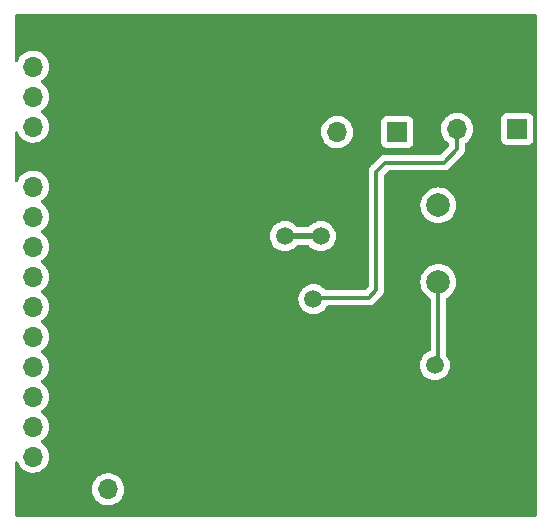
<source format=gbl>
G04 #@! TF.GenerationSoftware,KiCad,Pcbnew,(6.0.9)*
G04 #@! TF.CreationDate,2022-12-23T16:31:22+01:00*
G04 #@! TF.ProjectId,mainboard,6d61696e-626f-4617-9264-2e6b69636164,rev?*
G04 #@! TF.SameCoordinates,Original*
G04 #@! TF.FileFunction,Copper,L2,Bot*
G04 #@! TF.FilePolarity,Positive*
%FSLAX46Y46*%
G04 Gerber Fmt 4.6, Leading zero omitted, Abs format (unit mm)*
G04 Created by KiCad (PCBNEW (6.0.9)) date 2022-12-23 16:31:22*
%MOMM*%
%LPD*%
G01*
G04 APERTURE LIST*
G04 #@! TA.AperFunction,ComponentPad*
%ADD10C,2.000000*%
G04 #@! TD*
G04 #@! TA.AperFunction,ComponentPad*
%ADD11C,5.400000*%
G04 #@! TD*
G04 #@! TA.AperFunction,ComponentPad*
%ADD12R,1.700000X1.700000*%
G04 #@! TD*
G04 #@! TA.AperFunction,ComponentPad*
%ADD13O,1.700000X1.700000*%
G04 #@! TD*
G04 #@! TA.AperFunction,ViaPad*
%ADD14C,0.800000*%
G04 #@! TD*
G04 #@! TA.AperFunction,ViaPad*
%ADD15C,1.500000*%
G04 #@! TD*
G04 #@! TA.AperFunction,Conductor*
%ADD16C,0.500000*%
G04 #@! TD*
G04 #@! TA.AperFunction,Conductor*
%ADD17C,0.300000*%
G04 #@! TD*
G04 APERTURE END LIST*
D10*
X149443000Y-47192000D03*
X149443000Y-40692000D03*
X144943000Y-40692000D03*
X144943000Y-47192000D03*
D11*
X126365000Y-28194000D03*
D12*
X114447000Y-64745000D03*
D13*
X116987000Y-64745000D03*
D12*
X151623000Y-34245000D03*
D13*
X149083000Y-34245000D03*
X146543000Y-34245000D03*
D11*
X149987000Y-62230000D03*
D12*
X110617000Y-26416000D03*
D13*
X110617000Y-28956000D03*
X110617000Y-31496000D03*
X110617000Y-34036000D03*
X110617000Y-36576000D03*
X110617000Y-39116000D03*
X110617000Y-41656000D03*
X110617000Y-44196000D03*
X110617000Y-46736000D03*
X110617000Y-49276000D03*
X110617000Y-51816000D03*
X110617000Y-54356000D03*
X110617000Y-56896000D03*
X110617000Y-59436000D03*
X110617000Y-61976000D03*
X110617000Y-64516000D03*
D12*
X141463000Y-34499000D03*
D13*
X138923000Y-34499000D03*
X136383000Y-34499000D03*
D14*
X115206982Y-30232305D03*
X113665000Y-30226000D03*
X117729000Y-35687000D03*
X116840000Y-34671000D03*
X115951000Y-33655000D03*
D15*
X135001000Y-43307000D03*
X131953000Y-43307000D03*
X134366000Y-48641000D03*
D14*
X131826000Y-45339000D03*
X138049000Y-43688000D03*
X134874000Y-40640000D03*
X114681000Y-53848000D03*
X134874000Y-37592000D03*
X117602000Y-52578000D03*
X126619000Y-61087000D03*
X113665000Y-44196000D03*
X137541000Y-52578000D03*
X117348000Y-56515000D03*
X127889000Y-44196000D03*
X134874000Y-39116000D03*
X119253000Y-59436000D03*
X140081000Y-58293000D03*
D15*
X144653000Y-54229000D03*
D16*
X135001000Y-43307000D02*
X131953000Y-43307000D01*
D17*
X139065000Y-48514000D02*
X139700000Y-47879000D01*
X139700000Y-37846000D02*
X140462000Y-37084000D01*
X135636000Y-48514000D02*
X134493000Y-48514000D01*
X146543000Y-35956000D02*
X146543000Y-34245000D01*
X134493000Y-48514000D02*
X134366000Y-48641000D01*
X139700000Y-47879000D02*
X139700000Y-37846000D01*
X140462000Y-37084000D02*
X145415000Y-37084000D01*
X135636000Y-48514000D02*
X139065000Y-48514000D01*
X145415000Y-37084000D02*
X146543000Y-35956000D01*
X144943000Y-53939000D02*
X144943000Y-47192000D01*
X144653000Y-54229000D02*
X144943000Y-53939000D01*
G04 #@! TA.AperFunction,Conductor*
G36*
X153230621Y-24531502D02*
G01*
X153277114Y-24585158D01*
X153288500Y-24637500D01*
X153288500Y-66929500D01*
X153268498Y-66997621D01*
X153214842Y-67044114D01*
X153162500Y-67055500D01*
X109219500Y-67055500D01*
X109151379Y-67035498D01*
X109104886Y-66981842D01*
X109093500Y-66929500D01*
X109093500Y-64711695D01*
X115624251Y-64711695D01*
X115624548Y-64716848D01*
X115624548Y-64716851D01*
X115630011Y-64811590D01*
X115637110Y-64934715D01*
X115638247Y-64939761D01*
X115638248Y-64939767D01*
X115658119Y-65027939D01*
X115686222Y-65152639D01*
X115770266Y-65359616D01*
X115886987Y-65550088D01*
X116033250Y-65718938D01*
X116205126Y-65861632D01*
X116398000Y-65974338D01*
X116606692Y-66054030D01*
X116611760Y-66055061D01*
X116611763Y-66055062D01*
X116719017Y-66076883D01*
X116825597Y-66098567D01*
X116830772Y-66098757D01*
X116830774Y-66098757D01*
X117043673Y-66106564D01*
X117043677Y-66106564D01*
X117048837Y-66106753D01*
X117053957Y-66106097D01*
X117053959Y-66106097D01*
X117265288Y-66079025D01*
X117265289Y-66079025D01*
X117270416Y-66078368D01*
X117275366Y-66076883D01*
X117479429Y-66015661D01*
X117479434Y-66015659D01*
X117484384Y-66014174D01*
X117684994Y-65915896D01*
X117866860Y-65786173D01*
X118025096Y-65628489D01*
X118084594Y-65545689D01*
X118152435Y-65451277D01*
X118155453Y-65447077D01*
X118254430Y-65246811D01*
X118319370Y-65033069D01*
X118348529Y-64811590D01*
X118350156Y-64745000D01*
X118331852Y-64522361D01*
X118277431Y-64305702D01*
X118188354Y-64100840D01*
X118067014Y-63913277D01*
X117916670Y-63748051D01*
X117912619Y-63744852D01*
X117912615Y-63744848D01*
X117745414Y-63612800D01*
X117745410Y-63612798D01*
X117741359Y-63609598D01*
X117545789Y-63501638D01*
X117540920Y-63499914D01*
X117540916Y-63499912D01*
X117340087Y-63428795D01*
X117340083Y-63428794D01*
X117335212Y-63427069D01*
X117330119Y-63426162D01*
X117330116Y-63426161D01*
X117120373Y-63388800D01*
X117120367Y-63388799D01*
X117115284Y-63387894D01*
X117041452Y-63386992D01*
X116897081Y-63385228D01*
X116897079Y-63385228D01*
X116891911Y-63385165D01*
X116671091Y-63418955D01*
X116458756Y-63488357D01*
X116260607Y-63591507D01*
X116256474Y-63594610D01*
X116256471Y-63594612D01*
X116232247Y-63612800D01*
X116081965Y-63725635D01*
X115927629Y-63887138D01*
X115801743Y-64071680D01*
X115707688Y-64274305D01*
X115647989Y-64489570D01*
X115624251Y-64711695D01*
X109093500Y-64711695D01*
X109093500Y-62480349D01*
X109113502Y-62412228D01*
X109167158Y-62365735D01*
X109237432Y-62355631D01*
X109302012Y-62385125D01*
X109336243Y-62432945D01*
X109400266Y-62590616D01*
X109516987Y-62781088D01*
X109663250Y-62949938D01*
X109835126Y-63092632D01*
X110028000Y-63205338D01*
X110236692Y-63285030D01*
X110241760Y-63286061D01*
X110241763Y-63286062D01*
X110349017Y-63307883D01*
X110455597Y-63329567D01*
X110460772Y-63329757D01*
X110460774Y-63329757D01*
X110673673Y-63337564D01*
X110673677Y-63337564D01*
X110678837Y-63337753D01*
X110683957Y-63337097D01*
X110683959Y-63337097D01*
X110895288Y-63310025D01*
X110895289Y-63310025D01*
X110900416Y-63309368D01*
X110905366Y-63307883D01*
X111109429Y-63246661D01*
X111109434Y-63246659D01*
X111114384Y-63245174D01*
X111314994Y-63146896D01*
X111496860Y-63017173D01*
X111655096Y-62859489D01*
X111714594Y-62776689D01*
X111782435Y-62682277D01*
X111785453Y-62678077D01*
X111884430Y-62477811D01*
X111949370Y-62264069D01*
X111978529Y-62042590D01*
X111980156Y-61976000D01*
X111961852Y-61753361D01*
X111907431Y-61536702D01*
X111818354Y-61331840D01*
X111697014Y-61144277D01*
X111546670Y-60979051D01*
X111542619Y-60975852D01*
X111542615Y-60975848D01*
X111375414Y-60843800D01*
X111375410Y-60843798D01*
X111371359Y-60840598D01*
X111330053Y-60817796D01*
X111280084Y-60767364D01*
X111265312Y-60697921D01*
X111290428Y-60631516D01*
X111317780Y-60604909D01*
X111361603Y-60573650D01*
X111496860Y-60477173D01*
X111655096Y-60319489D01*
X111714594Y-60236689D01*
X111782435Y-60142277D01*
X111785453Y-60138077D01*
X111884430Y-59937811D01*
X111949370Y-59724069D01*
X111978529Y-59502590D01*
X111980156Y-59436000D01*
X111961852Y-59213361D01*
X111907431Y-58996702D01*
X111818354Y-58791840D01*
X111697014Y-58604277D01*
X111546670Y-58439051D01*
X111542619Y-58435852D01*
X111542615Y-58435848D01*
X111375414Y-58303800D01*
X111375410Y-58303798D01*
X111371359Y-58300598D01*
X111330053Y-58277796D01*
X111280084Y-58227364D01*
X111265312Y-58157921D01*
X111290428Y-58091516D01*
X111317780Y-58064909D01*
X111361603Y-58033650D01*
X111496860Y-57937173D01*
X111655096Y-57779489D01*
X111714594Y-57696689D01*
X111782435Y-57602277D01*
X111785453Y-57598077D01*
X111884430Y-57397811D01*
X111949370Y-57184069D01*
X111978529Y-56962590D01*
X111980156Y-56896000D01*
X111961852Y-56673361D01*
X111907431Y-56456702D01*
X111818354Y-56251840D01*
X111697014Y-56064277D01*
X111546670Y-55899051D01*
X111542619Y-55895852D01*
X111542615Y-55895848D01*
X111375414Y-55763800D01*
X111375410Y-55763798D01*
X111371359Y-55760598D01*
X111330053Y-55737796D01*
X111280084Y-55687364D01*
X111265312Y-55617921D01*
X111290428Y-55551516D01*
X111317780Y-55524909D01*
X111364158Y-55491828D01*
X111496860Y-55397173D01*
X111655096Y-55239489D01*
X111714594Y-55156689D01*
X111782435Y-55062277D01*
X111785453Y-55058077D01*
X111884430Y-54857811D01*
X111944203Y-54661076D01*
X111947865Y-54649023D01*
X111947865Y-54649021D01*
X111949370Y-54644069D01*
X111978529Y-54422590D01*
X111980156Y-54356000D01*
X111969715Y-54229000D01*
X143389693Y-54229000D01*
X143408885Y-54448371D01*
X143465880Y-54661076D01*
X143505357Y-54745735D01*
X143556618Y-54855666D01*
X143556621Y-54855671D01*
X143558944Y-54860653D01*
X143562100Y-54865160D01*
X143562101Y-54865162D01*
X143639025Y-54975020D01*
X143685251Y-55041038D01*
X143840962Y-55196749D01*
X143845471Y-55199906D01*
X143845473Y-55199908D01*
X143920241Y-55252261D01*
X144021346Y-55323056D01*
X144220924Y-55416120D01*
X144433629Y-55473115D01*
X144653000Y-55492307D01*
X144872371Y-55473115D01*
X145085076Y-55416120D01*
X145284654Y-55323056D01*
X145385759Y-55252261D01*
X145460527Y-55199908D01*
X145460529Y-55199906D01*
X145465038Y-55196749D01*
X145620749Y-55041038D01*
X145666976Y-54975020D01*
X145743899Y-54865162D01*
X145743900Y-54865160D01*
X145747056Y-54860653D01*
X145749379Y-54855671D01*
X145749382Y-54855666D01*
X145800643Y-54745735D01*
X145840120Y-54661076D01*
X145897115Y-54448371D01*
X145916307Y-54229000D01*
X145897115Y-54009629D01*
X145840120Y-53796924D01*
X145784852Y-53678401D01*
X145749382Y-53602334D01*
X145749379Y-53602329D01*
X145747056Y-53597347D01*
X145624287Y-53422015D01*
X145601500Y-53349744D01*
X145601500Y-48628246D01*
X145621502Y-48560125D01*
X145661665Y-48520814D01*
X145828193Y-48418765D01*
X145828203Y-48418758D01*
X145832416Y-48416176D01*
X146012969Y-48261969D01*
X146167176Y-48081416D01*
X146169755Y-48077208D01*
X146169759Y-48077202D01*
X146288654Y-47883183D01*
X146291240Y-47878963D01*
X146301066Y-47855242D01*
X146380211Y-47664167D01*
X146380212Y-47664165D01*
X146382105Y-47659594D01*
X146411612Y-47536689D01*
X146436380Y-47433524D01*
X146436381Y-47433518D01*
X146437535Y-47428711D01*
X146456165Y-47192000D01*
X146437535Y-46955289D01*
X146382105Y-46724406D01*
X146291240Y-46505037D01*
X146276247Y-46480570D01*
X146169759Y-46306798D01*
X146169755Y-46306792D01*
X146167176Y-46302584D01*
X146012969Y-46122031D01*
X145832416Y-45967824D01*
X145828208Y-45965245D01*
X145828202Y-45965241D01*
X145634183Y-45846346D01*
X145629963Y-45843760D01*
X145625393Y-45841867D01*
X145625389Y-45841865D01*
X145415167Y-45754789D01*
X145415165Y-45754788D01*
X145410594Y-45752895D01*
X145330391Y-45733640D01*
X145184524Y-45698620D01*
X145184518Y-45698619D01*
X145179711Y-45697465D01*
X144943000Y-45678835D01*
X144706289Y-45697465D01*
X144701482Y-45698619D01*
X144701476Y-45698620D01*
X144555609Y-45733640D01*
X144475406Y-45752895D01*
X144470835Y-45754788D01*
X144470833Y-45754789D01*
X144260611Y-45841865D01*
X144260607Y-45841867D01*
X144256037Y-45843760D01*
X144251817Y-45846346D01*
X144057798Y-45965241D01*
X144057792Y-45965245D01*
X144053584Y-45967824D01*
X143873031Y-46122031D01*
X143718824Y-46302584D01*
X143716245Y-46306792D01*
X143716241Y-46306798D01*
X143609753Y-46480570D01*
X143594760Y-46505037D01*
X143503895Y-46724406D01*
X143448465Y-46955289D01*
X143429835Y-47192000D01*
X143448465Y-47428711D01*
X143449619Y-47433518D01*
X143449620Y-47433524D01*
X143474388Y-47536689D01*
X143503895Y-47659594D01*
X143505788Y-47664165D01*
X143505789Y-47664167D01*
X143584935Y-47855242D01*
X143594760Y-47878963D01*
X143597346Y-47883183D01*
X143716241Y-48077202D01*
X143716245Y-48077208D01*
X143718824Y-48081416D01*
X143873031Y-48261969D01*
X144053584Y-48416176D01*
X144057797Y-48418758D01*
X144057807Y-48418765D01*
X144224335Y-48520814D01*
X144271966Y-48573461D01*
X144284500Y-48628246D01*
X144284500Y-52931963D01*
X144264498Y-53000084D01*
X144211750Y-53046158D01*
X144026334Y-53132618D01*
X144026329Y-53132621D01*
X144021347Y-53134944D01*
X144016840Y-53138100D01*
X144016838Y-53138101D01*
X143845473Y-53258092D01*
X143845470Y-53258094D01*
X143840962Y-53261251D01*
X143685251Y-53416962D01*
X143682094Y-53421470D01*
X143682092Y-53421473D01*
X143628411Y-53498138D01*
X143558944Y-53597347D01*
X143556621Y-53602329D01*
X143556618Y-53602334D01*
X143521148Y-53678401D01*
X143465880Y-53796924D01*
X143408885Y-54009629D01*
X143389693Y-54229000D01*
X111969715Y-54229000D01*
X111961852Y-54133361D01*
X111907431Y-53916702D01*
X111818354Y-53711840D01*
X111697014Y-53524277D01*
X111546670Y-53359051D01*
X111542619Y-53355852D01*
X111542615Y-53355848D01*
X111375414Y-53223800D01*
X111375410Y-53223798D01*
X111371359Y-53220598D01*
X111330053Y-53197796D01*
X111280084Y-53147364D01*
X111265312Y-53077921D01*
X111290428Y-53011516D01*
X111317780Y-52984909D01*
X111361603Y-52953650D01*
X111496860Y-52857173D01*
X111655096Y-52699489D01*
X111714594Y-52616689D01*
X111782435Y-52522277D01*
X111785453Y-52518077D01*
X111884430Y-52317811D01*
X111949370Y-52104069D01*
X111978529Y-51882590D01*
X111980156Y-51816000D01*
X111961852Y-51593361D01*
X111907431Y-51376702D01*
X111818354Y-51171840D01*
X111697014Y-50984277D01*
X111546670Y-50819051D01*
X111542619Y-50815852D01*
X111542615Y-50815848D01*
X111375414Y-50683800D01*
X111375410Y-50683798D01*
X111371359Y-50680598D01*
X111330053Y-50657796D01*
X111280084Y-50607364D01*
X111265312Y-50537921D01*
X111290428Y-50471516D01*
X111317780Y-50444909D01*
X111361603Y-50413650D01*
X111496860Y-50317173D01*
X111655096Y-50159489D01*
X111714594Y-50076689D01*
X111782435Y-49982277D01*
X111785453Y-49978077D01*
X111831398Y-49885115D01*
X111882136Y-49782453D01*
X111882137Y-49782451D01*
X111884430Y-49777811D01*
X111949370Y-49564069D01*
X111978529Y-49342590D01*
X111980156Y-49276000D01*
X111961852Y-49053361D01*
X111907431Y-48836702D01*
X111822337Y-48641000D01*
X133102693Y-48641000D01*
X133121885Y-48860371D01*
X133178880Y-49073076D01*
X133209009Y-49137688D01*
X133269618Y-49267666D01*
X133269621Y-49267671D01*
X133271944Y-49272653D01*
X133275100Y-49277160D01*
X133275101Y-49277162D01*
X133323238Y-49345908D01*
X133398251Y-49453038D01*
X133553962Y-49608749D01*
X133734346Y-49735056D01*
X133933924Y-49828120D01*
X134146629Y-49885115D01*
X134366000Y-49904307D01*
X134585371Y-49885115D01*
X134798076Y-49828120D01*
X134997654Y-49735056D01*
X135178038Y-49608749D01*
X135333749Y-49453038D01*
X135408763Y-49345908D01*
X135456899Y-49277162D01*
X135456900Y-49277160D01*
X135460056Y-49272653D01*
X135462381Y-49267668D01*
X135462384Y-49267662D01*
X135472834Y-49245251D01*
X135519751Y-49191965D01*
X135587029Y-49172500D01*
X138982944Y-49172500D01*
X138994800Y-49173059D01*
X138994803Y-49173059D01*
X139002537Y-49174788D01*
X139073369Y-49172562D01*
X139077327Y-49172500D01*
X139106432Y-49172500D01*
X139110832Y-49171944D01*
X139122664Y-49171012D01*
X139168831Y-49169562D01*
X139189421Y-49163580D01*
X139208782Y-49159570D01*
X139215770Y-49158688D01*
X139222204Y-49157875D01*
X139222205Y-49157875D01*
X139230064Y-49156882D01*
X139237429Y-49153966D01*
X139237433Y-49153965D01*
X139273021Y-49139874D01*
X139284231Y-49136035D01*
X139328600Y-49123145D01*
X139347065Y-49112225D01*
X139364805Y-49103534D01*
X139384756Y-49095635D01*
X139422129Y-49068482D01*
X139432048Y-49061967D01*
X139464977Y-49042493D01*
X139464981Y-49042490D01*
X139471807Y-49038453D01*
X139486971Y-49023289D01*
X139502005Y-49010448D01*
X139512943Y-49002501D01*
X139519357Y-48997841D01*
X139548803Y-48962247D01*
X139556792Y-48953468D01*
X140107605Y-48402655D01*
X140116385Y-48394665D01*
X140116387Y-48394663D01*
X140123080Y-48390416D01*
X140171605Y-48338742D01*
X140174359Y-48335901D01*
X140194927Y-48315333D01*
X140197647Y-48311826D01*
X140205353Y-48302804D01*
X140231544Y-48274913D01*
X140236972Y-48269133D01*
X140240794Y-48262181D01*
X140247303Y-48250342D01*
X140258157Y-48233818D01*
X140266445Y-48223132D01*
X140271304Y-48216868D01*
X140276899Y-48203939D01*
X140289654Y-48174465D01*
X140294876Y-48163805D01*
X140313305Y-48130284D01*
X140313306Y-48130282D01*
X140317124Y-48123337D01*
X140322459Y-48102559D01*
X140328858Y-48083869D01*
X140337380Y-48064176D01*
X140344606Y-48018552D01*
X140347013Y-48006929D01*
X140356528Y-47969868D01*
X140358500Y-47962188D01*
X140358500Y-47940741D01*
X140360051Y-47921031D01*
X140362166Y-47907677D01*
X140363406Y-47899848D01*
X140359059Y-47853859D01*
X140358500Y-47842004D01*
X140358500Y-40692000D01*
X143429835Y-40692000D01*
X143448465Y-40928711D01*
X143449619Y-40933518D01*
X143449620Y-40933524D01*
X143468422Y-41011840D01*
X143503895Y-41159594D01*
X143594760Y-41378963D01*
X143597346Y-41383183D01*
X143716241Y-41577202D01*
X143716245Y-41577208D01*
X143718824Y-41581416D01*
X143873031Y-41761969D01*
X144053584Y-41916176D01*
X144057792Y-41918755D01*
X144057798Y-41918759D01*
X144248516Y-42035631D01*
X144256037Y-42040240D01*
X144260607Y-42042133D01*
X144260611Y-42042135D01*
X144448306Y-42119880D01*
X144475406Y-42131105D01*
X144555609Y-42150360D01*
X144701476Y-42185380D01*
X144701482Y-42185381D01*
X144706289Y-42186535D01*
X144943000Y-42205165D01*
X145179711Y-42186535D01*
X145184518Y-42185381D01*
X145184524Y-42185380D01*
X145330391Y-42150360D01*
X145410594Y-42131105D01*
X145437694Y-42119880D01*
X145625389Y-42042135D01*
X145625393Y-42042133D01*
X145629963Y-42040240D01*
X145637484Y-42035631D01*
X145828202Y-41918759D01*
X145828208Y-41918755D01*
X145832416Y-41916176D01*
X146012969Y-41761969D01*
X146167176Y-41581416D01*
X146169755Y-41577208D01*
X146169759Y-41577202D01*
X146288654Y-41383183D01*
X146291240Y-41378963D01*
X146382105Y-41159594D01*
X146417578Y-41011840D01*
X146436380Y-40933524D01*
X146436381Y-40933518D01*
X146437535Y-40928711D01*
X146456165Y-40692000D01*
X146437535Y-40455289D01*
X146435633Y-40447364D01*
X146383260Y-40229218D01*
X146382105Y-40224406D01*
X146355498Y-40160171D01*
X146293135Y-40009611D01*
X146293133Y-40009607D01*
X146291240Y-40005037D01*
X146237100Y-39916689D01*
X146169759Y-39806798D01*
X146169755Y-39806792D01*
X146167176Y-39802584D01*
X146012969Y-39622031D01*
X145832416Y-39467824D01*
X145828208Y-39465245D01*
X145828202Y-39465241D01*
X145634183Y-39346346D01*
X145629963Y-39343760D01*
X145625393Y-39341867D01*
X145625389Y-39341865D01*
X145415167Y-39254789D01*
X145415165Y-39254788D01*
X145410594Y-39252895D01*
X145330391Y-39233640D01*
X145184524Y-39198620D01*
X145184518Y-39198619D01*
X145179711Y-39197465D01*
X144943000Y-39178835D01*
X144706289Y-39197465D01*
X144701482Y-39198619D01*
X144701476Y-39198620D01*
X144555609Y-39233640D01*
X144475406Y-39252895D01*
X144470835Y-39254788D01*
X144470833Y-39254789D01*
X144260611Y-39341865D01*
X144260607Y-39341867D01*
X144256037Y-39343760D01*
X144251817Y-39346346D01*
X144057798Y-39465241D01*
X144057792Y-39465245D01*
X144053584Y-39467824D01*
X143873031Y-39622031D01*
X143718824Y-39802584D01*
X143716245Y-39806792D01*
X143716241Y-39806798D01*
X143648900Y-39916689D01*
X143594760Y-40005037D01*
X143592867Y-40009607D01*
X143592865Y-40009611D01*
X143530502Y-40160171D01*
X143503895Y-40224406D01*
X143502740Y-40229218D01*
X143450368Y-40447364D01*
X143448465Y-40455289D01*
X143429835Y-40692000D01*
X140358500Y-40692000D01*
X140358500Y-38170950D01*
X140378502Y-38102829D01*
X140395405Y-38081855D01*
X140697855Y-37779405D01*
X140760167Y-37745379D01*
X140786950Y-37742500D01*
X145332944Y-37742500D01*
X145344800Y-37743059D01*
X145344803Y-37743059D01*
X145352537Y-37744788D01*
X145423369Y-37742562D01*
X145427327Y-37742500D01*
X145456432Y-37742500D01*
X145460832Y-37741944D01*
X145472664Y-37741012D01*
X145518831Y-37739562D01*
X145539421Y-37733580D01*
X145558782Y-37729570D01*
X145565770Y-37728688D01*
X145572204Y-37727875D01*
X145572205Y-37727875D01*
X145580064Y-37726882D01*
X145587429Y-37723966D01*
X145587433Y-37723965D01*
X145623021Y-37709874D01*
X145634231Y-37706035D01*
X145678600Y-37693145D01*
X145697065Y-37682225D01*
X145714805Y-37673534D01*
X145734756Y-37665635D01*
X145772129Y-37638482D01*
X145782048Y-37631967D01*
X145814977Y-37612493D01*
X145814981Y-37612490D01*
X145821807Y-37608453D01*
X145836971Y-37593289D01*
X145852005Y-37580448D01*
X145862943Y-37572501D01*
X145869357Y-37567841D01*
X145898803Y-37532247D01*
X145906792Y-37523468D01*
X146950605Y-36479655D01*
X146959385Y-36471665D01*
X146959387Y-36471663D01*
X146966080Y-36467416D01*
X147000606Y-36430650D01*
X147014604Y-36415743D01*
X147017359Y-36412901D01*
X147037927Y-36392333D01*
X147040647Y-36388826D01*
X147048353Y-36379804D01*
X147074544Y-36351913D01*
X147079972Y-36346133D01*
X147083794Y-36339181D01*
X147090303Y-36327342D01*
X147101157Y-36310818D01*
X147109445Y-36300132D01*
X147114304Y-36293868D01*
X147117452Y-36286594D01*
X147132654Y-36251465D01*
X147137876Y-36240805D01*
X147156305Y-36207284D01*
X147156306Y-36207282D01*
X147160124Y-36200337D01*
X147165459Y-36179559D01*
X147171858Y-36160869D01*
X147180380Y-36141176D01*
X147187606Y-36095552D01*
X147190013Y-36083929D01*
X147199528Y-36046868D01*
X147201500Y-36039188D01*
X147201500Y-36017741D01*
X147203051Y-35998031D01*
X147205166Y-35984677D01*
X147206406Y-35976848D01*
X147202059Y-35930859D01*
X147201500Y-35919004D01*
X147201500Y-35508961D01*
X147221502Y-35440840D01*
X147254332Y-35406382D01*
X147262535Y-35400531D01*
X147422860Y-35286173D01*
X147441919Y-35267181D01*
X147566400Y-35143134D01*
X150264500Y-35143134D01*
X150271255Y-35205316D01*
X150322385Y-35341705D01*
X150409739Y-35458261D01*
X150526295Y-35545615D01*
X150662684Y-35596745D01*
X150724866Y-35603500D01*
X152521134Y-35603500D01*
X152583316Y-35596745D01*
X152719705Y-35545615D01*
X152836261Y-35458261D01*
X152923615Y-35341705D01*
X152974745Y-35205316D01*
X152981500Y-35143134D01*
X152981500Y-33346866D01*
X152974745Y-33284684D01*
X152923615Y-33148295D01*
X152836261Y-33031739D01*
X152719705Y-32944385D01*
X152583316Y-32893255D01*
X152521134Y-32886500D01*
X150724866Y-32886500D01*
X150662684Y-32893255D01*
X150526295Y-32944385D01*
X150409739Y-33031739D01*
X150322385Y-33148295D01*
X150271255Y-33284684D01*
X150264500Y-33346866D01*
X150264500Y-35143134D01*
X147566400Y-35143134D01*
X147581096Y-35128489D01*
X147640594Y-35045689D01*
X147708435Y-34951277D01*
X147711453Y-34947077D01*
X147790534Y-34787069D01*
X147808136Y-34751453D01*
X147808137Y-34751451D01*
X147810430Y-34746811D01*
X147875370Y-34533069D01*
X147904529Y-34311590D01*
X147905390Y-34276361D01*
X147906074Y-34248365D01*
X147906074Y-34248361D01*
X147906156Y-34245000D01*
X147887852Y-34022361D01*
X147833431Y-33805702D01*
X147744354Y-33600840D01*
X147623014Y-33413277D01*
X147472670Y-33248051D01*
X147468619Y-33244852D01*
X147468615Y-33244848D01*
X147301414Y-33112800D01*
X147301410Y-33112798D01*
X147297359Y-33109598D01*
X147101789Y-33001638D01*
X147096920Y-32999914D01*
X147096916Y-32999912D01*
X146896087Y-32928795D01*
X146896083Y-32928794D01*
X146891212Y-32927069D01*
X146886119Y-32926162D01*
X146886116Y-32926161D01*
X146676373Y-32888800D01*
X146676367Y-32888799D01*
X146671284Y-32887894D01*
X146597452Y-32886992D01*
X146453081Y-32885228D01*
X146453079Y-32885228D01*
X146447911Y-32885165D01*
X146227091Y-32918955D01*
X146014756Y-32988357D01*
X145816607Y-33091507D01*
X145812474Y-33094610D01*
X145812471Y-33094612D01*
X145642100Y-33222530D01*
X145637965Y-33225635D01*
X145606905Y-33258137D01*
X145508511Y-33361101D01*
X145483629Y-33387138D01*
X145480715Y-33391410D01*
X145480714Y-33391411D01*
X145468404Y-33409457D01*
X145357743Y-33571680D01*
X145263688Y-33774305D01*
X145203989Y-33989570D01*
X145180251Y-34211695D01*
X145180548Y-34216848D01*
X145180548Y-34216851D01*
X145186730Y-34324069D01*
X145193110Y-34434715D01*
X145194247Y-34439761D01*
X145194248Y-34439767D01*
X145207597Y-34499000D01*
X145242222Y-34652639D01*
X145278620Y-34742277D01*
X145318743Y-34841088D01*
X145326266Y-34859616D01*
X145360384Y-34915292D01*
X145420407Y-35013240D01*
X145442987Y-35050088D01*
X145589250Y-35218938D01*
X145761126Y-35361632D01*
X145765583Y-35364236D01*
X145765588Y-35364240D01*
X145822070Y-35397245D01*
X145870794Y-35448883D01*
X145884500Y-35506033D01*
X145884500Y-35631050D01*
X145864498Y-35699171D01*
X145847595Y-35720145D01*
X145179145Y-36388595D01*
X145116833Y-36422621D01*
X145090050Y-36425500D01*
X140544059Y-36425500D01*
X140532203Y-36424941D01*
X140524463Y-36423211D01*
X140516537Y-36423460D01*
X140516536Y-36423460D01*
X140453611Y-36425438D01*
X140449653Y-36425500D01*
X140420568Y-36425500D01*
X140416637Y-36425997D01*
X140416630Y-36425997D01*
X140416179Y-36426054D01*
X140404343Y-36426986D01*
X140358169Y-36428438D01*
X140337579Y-36434420D01*
X140318218Y-36438430D01*
X140311230Y-36439312D01*
X140304796Y-36440125D01*
X140304795Y-36440125D01*
X140296936Y-36441118D01*
X140289571Y-36444034D01*
X140289567Y-36444035D01*
X140253979Y-36458126D01*
X140242769Y-36461965D01*
X140198400Y-36474855D01*
X140179935Y-36485775D01*
X140162195Y-36494466D01*
X140142244Y-36502365D01*
X140104874Y-36529516D01*
X140094952Y-36536033D01*
X140062023Y-36555507D01*
X140062019Y-36555510D01*
X140055193Y-36559547D01*
X140040029Y-36574711D01*
X140024996Y-36587551D01*
X140007643Y-36600159D01*
X139978198Y-36635752D01*
X139970208Y-36644532D01*
X139292395Y-37322345D01*
X139283615Y-37330335D01*
X139283613Y-37330337D01*
X139276920Y-37334584D01*
X139271494Y-37340362D01*
X139271493Y-37340363D01*
X139228396Y-37386257D01*
X139225641Y-37389099D01*
X139205073Y-37409667D01*
X139202356Y-37413170D01*
X139194648Y-37422195D01*
X139163028Y-37455867D01*
X139159207Y-37462818D01*
X139159206Y-37462819D01*
X139152697Y-37474658D01*
X139141843Y-37491182D01*
X139134018Y-37501271D01*
X139128696Y-37508132D01*
X139125549Y-37515404D01*
X139125548Y-37515406D01*
X139110346Y-37550535D01*
X139105124Y-37561195D01*
X139082876Y-37601663D01*
X139077541Y-37622441D01*
X139071142Y-37641131D01*
X139062620Y-37660824D01*
X139059230Y-37682228D01*
X139055394Y-37706448D01*
X139052987Y-37718071D01*
X139047097Y-37741012D01*
X139041500Y-37762812D01*
X139041500Y-37784259D01*
X139039949Y-37803969D01*
X139036594Y-37825152D01*
X139037340Y-37833043D01*
X139040941Y-37871138D01*
X139041500Y-37882996D01*
X139041500Y-47554050D01*
X139021498Y-47622171D01*
X139004595Y-47643145D01*
X138829145Y-47818595D01*
X138766833Y-47852621D01*
X138740050Y-47855500D01*
X135412477Y-47855500D01*
X135344356Y-47835498D01*
X135323382Y-47818595D01*
X135178038Y-47673251D01*
X135135043Y-47643145D01*
X135007802Y-47554050D01*
X134997654Y-47546944D01*
X134798076Y-47453880D01*
X134585371Y-47396885D01*
X134366000Y-47377693D01*
X134146629Y-47396885D01*
X133933924Y-47453880D01*
X133840562Y-47497415D01*
X133739334Y-47544618D01*
X133739329Y-47544621D01*
X133734347Y-47546944D01*
X133729840Y-47550100D01*
X133729838Y-47550101D01*
X133558473Y-47670092D01*
X133558470Y-47670094D01*
X133553962Y-47673251D01*
X133398251Y-47828962D01*
X133395094Y-47833470D01*
X133395092Y-47833473D01*
X133275101Y-48004838D01*
X133271944Y-48009347D01*
X133269621Y-48014329D01*
X133269618Y-48014334D01*
X133236585Y-48085175D01*
X133178880Y-48208924D01*
X133121885Y-48421629D01*
X133102693Y-48641000D01*
X111822337Y-48641000D01*
X111818354Y-48631840D01*
X111697014Y-48444277D01*
X111546670Y-48279051D01*
X111542619Y-48275852D01*
X111542615Y-48275848D01*
X111375414Y-48143800D01*
X111375410Y-48143798D01*
X111371359Y-48140598D01*
X111330053Y-48117796D01*
X111280084Y-48067364D01*
X111265312Y-47997921D01*
X111290428Y-47931516D01*
X111317780Y-47904909D01*
X111387049Y-47855500D01*
X111496860Y-47777173D01*
X111655096Y-47619489D01*
X111702119Y-47554050D01*
X111782435Y-47442277D01*
X111785453Y-47438077D01*
X111792521Y-47423777D01*
X111882136Y-47242453D01*
X111882137Y-47242451D01*
X111884430Y-47237811D01*
X111949370Y-47024069D01*
X111978529Y-46802590D01*
X111980156Y-46736000D01*
X111961852Y-46513361D01*
X111907431Y-46296702D01*
X111818354Y-46091840D01*
X111740202Y-45971035D01*
X111699822Y-45908617D01*
X111699820Y-45908614D01*
X111697014Y-45904277D01*
X111546670Y-45739051D01*
X111542619Y-45735852D01*
X111542615Y-45735848D01*
X111375414Y-45603800D01*
X111375410Y-45603798D01*
X111371359Y-45600598D01*
X111330053Y-45577796D01*
X111280084Y-45527364D01*
X111265312Y-45457921D01*
X111290428Y-45391516D01*
X111317780Y-45364909D01*
X111361603Y-45333650D01*
X111496860Y-45237173D01*
X111655096Y-45079489D01*
X111714594Y-44996689D01*
X111782435Y-44902277D01*
X111785453Y-44898077D01*
X111884430Y-44697811D01*
X111949370Y-44484069D01*
X111978529Y-44262590D01*
X111980156Y-44196000D01*
X111961852Y-43973361D01*
X111907431Y-43756702D01*
X111818354Y-43551840D01*
X111697014Y-43364277D01*
X111644896Y-43307000D01*
X130689693Y-43307000D01*
X130708885Y-43526371D01*
X130765880Y-43739076D01*
X130776439Y-43761720D01*
X130856618Y-43933666D01*
X130856621Y-43933671D01*
X130858944Y-43938653D01*
X130862100Y-43943160D01*
X130862101Y-43943162D01*
X130961769Y-44085502D01*
X130985251Y-44119038D01*
X131140962Y-44274749D01*
X131321346Y-44401056D01*
X131520924Y-44494120D01*
X131733629Y-44551115D01*
X131953000Y-44570307D01*
X132172371Y-44551115D01*
X132385076Y-44494120D01*
X132584654Y-44401056D01*
X132765038Y-44274749D01*
X132920749Y-44119038D01*
X132923908Y-44114527D01*
X132927284Y-44110504D01*
X132986395Y-44071181D01*
X133023802Y-44065500D01*
X133930198Y-44065500D01*
X133998319Y-44085502D01*
X134026716Y-44110504D01*
X134030092Y-44114527D01*
X134033251Y-44119038D01*
X134188962Y-44274749D01*
X134369346Y-44401056D01*
X134568924Y-44494120D01*
X134781629Y-44551115D01*
X135001000Y-44570307D01*
X135220371Y-44551115D01*
X135433076Y-44494120D01*
X135632654Y-44401056D01*
X135813038Y-44274749D01*
X135968749Y-44119038D01*
X135992232Y-44085502D01*
X136091899Y-43943162D01*
X136091900Y-43943160D01*
X136095056Y-43938653D01*
X136097379Y-43933671D01*
X136097382Y-43933666D01*
X136177561Y-43761720D01*
X136188120Y-43739076D01*
X136245115Y-43526371D01*
X136264307Y-43307000D01*
X136245115Y-43087629D01*
X136188120Y-42874924D01*
X136140421Y-42772632D01*
X136097382Y-42680334D01*
X136097379Y-42680329D01*
X136095056Y-42675347D01*
X136091899Y-42670838D01*
X135971908Y-42499473D01*
X135971906Y-42499470D01*
X135968749Y-42494962D01*
X135813038Y-42339251D01*
X135632654Y-42212944D01*
X135433076Y-42119880D01*
X135220371Y-42062885D01*
X135001000Y-42043693D01*
X134781629Y-42062885D01*
X134568924Y-42119880D01*
X134482138Y-42160349D01*
X134374334Y-42210618D01*
X134374329Y-42210621D01*
X134369347Y-42212944D01*
X134364840Y-42216100D01*
X134364838Y-42216101D01*
X134193473Y-42336092D01*
X134193470Y-42336094D01*
X134188962Y-42339251D01*
X134033251Y-42494962D01*
X134030094Y-42499471D01*
X134026716Y-42503496D01*
X133967605Y-42542819D01*
X133930198Y-42548500D01*
X133023802Y-42548500D01*
X132955681Y-42528498D01*
X132927284Y-42503496D01*
X132923906Y-42499471D01*
X132920749Y-42494962D01*
X132765038Y-42339251D01*
X132584654Y-42212944D01*
X132385076Y-42119880D01*
X132172371Y-42062885D01*
X131953000Y-42043693D01*
X131733629Y-42062885D01*
X131520924Y-42119880D01*
X131434138Y-42160349D01*
X131326334Y-42210618D01*
X131326329Y-42210621D01*
X131321347Y-42212944D01*
X131316840Y-42216100D01*
X131316838Y-42216101D01*
X131145473Y-42336092D01*
X131145470Y-42336094D01*
X131140962Y-42339251D01*
X130985251Y-42494962D01*
X130982094Y-42499470D01*
X130982092Y-42499473D01*
X130862101Y-42670838D01*
X130858944Y-42675347D01*
X130856621Y-42680329D01*
X130856618Y-42680334D01*
X130813579Y-42772632D01*
X130765880Y-42874924D01*
X130708885Y-43087629D01*
X130689693Y-43307000D01*
X111644896Y-43307000D01*
X111546670Y-43199051D01*
X111542619Y-43195852D01*
X111542615Y-43195848D01*
X111375414Y-43063800D01*
X111375410Y-43063798D01*
X111371359Y-43060598D01*
X111330053Y-43037796D01*
X111280084Y-42987364D01*
X111265312Y-42917921D01*
X111290428Y-42851516D01*
X111317780Y-42824909D01*
X111361603Y-42793650D01*
X111496860Y-42697173D01*
X111518763Y-42675347D01*
X111651435Y-42543137D01*
X111655096Y-42539489D01*
X111680960Y-42503496D01*
X111782435Y-42362277D01*
X111785453Y-42358077D01*
X111792832Y-42343148D01*
X111882136Y-42162453D01*
X111882137Y-42162451D01*
X111884430Y-42157811D01*
X111949370Y-41944069D01*
X111978529Y-41722590D01*
X111980156Y-41656000D01*
X111961852Y-41433361D01*
X111907431Y-41216702D01*
X111818354Y-41011840D01*
X111764575Y-40928711D01*
X111699822Y-40828617D01*
X111699820Y-40828614D01*
X111697014Y-40824277D01*
X111546670Y-40659051D01*
X111542619Y-40655852D01*
X111542615Y-40655848D01*
X111375414Y-40523800D01*
X111375410Y-40523798D01*
X111371359Y-40520598D01*
X111330053Y-40497796D01*
X111280084Y-40447364D01*
X111265312Y-40377921D01*
X111290428Y-40311516D01*
X111317780Y-40284909D01*
X111361603Y-40253650D01*
X111496860Y-40157173D01*
X111655096Y-39999489D01*
X111714594Y-39916689D01*
X111782435Y-39822277D01*
X111785453Y-39818077D01*
X111791028Y-39806798D01*
X111882136Y-39622453D01*
X111882137Y-39622451D01*
X111884430Y-39617811D01*
X111930000Y-39467824D01*
X111947865Y-39409023D01*
X111947865Y-39409021D01*
X111949370Y-39404069D01*
X111978529Y-39182590D01*
X111980156Y-39116000D01*
X111961852Y-38893361D01*
X111907431Y-38676702D01*
X111818354Y-38471840D01*
X111697014Y-38284277D01*
X111546670Y-38119051D01*
X111542619Y-38115852D01*
X111542615Y-38115848D01*
X111375414Y-37983800D01*
X111375410Y-37983798D01*
X111371359Y-37980598D01*
X111175789Y-37872638D01*
X111170920Y-37870914D01*
X111170916Y-37870912D01*
X110970087Y-37799795D01*
X110970083Y-37799794D01*
X110965212Y-37798069D01*
X110960119Y-37797162D01*
X110960116Y-37797161D01*
X110750373Y-37759800D01*
X110750367Y-37759799D01*
X110745284Y-37758894D01*
X110671452Y-37757992D01*
X110527081Y-37756228D01*
X110527079Y-37756228D01*
X110521911Y-37756165D01*
X110301091Y-37789955D01*
X110088756Y-37859357D01*
X109890607Y-37962507D01*
X109886474Y-37965610D01*
X109886471Y-37965612D01*
X109862247Y-37983800D01*
X109711965Y-38096635D01*
X109557629Y-38258138D01*
X109431743Y-38442680D01*
X109337688Y-38645305D01*
X109337182Y-38647128D01*
X109295460Y-38703385D01*
X109229051Y-38728493D01*
X109159610Y-38713713D01*
X109109184Y-38663736D01*
X109093500Y-38602856D01*
X109093500Y-34540349D01*
X109113502Y-34472228D01*
X109167158Y-34425735D01*
X109237432Y-34415631D01*
X109302012Y-34445125D01*
X109336243Y-34492945D01*
X109364381Y-34562240D01*
X109400266Y-34650616D01*
X109402965Y-34655020D01*
X109480741Y-34781939D01*
X109516987Y-34841088D01*
X109663250Y-35009938D01*
X109835126Y-35152632D01*
X110028000Y-35265338D01*
X110032825Y-35267180D01*
X110032826Y-35267181D01*
X110082561Y-35286173D01*
X110236692Y-35345030D01*
X110241760Y-35346061D01*
X110241763Y-35346062D01*
X110349017Y-35367883D01*
X110455597Y-35389567D01*
X110460772Y-35389757D01*
X110460774Y-35389757D01*
X110673673Y-35397564D01*
X110673677Y-35397564D01*
X110678837Y-35397753D01*
X110683957Y-35397097D01*
X110683959Y-35397097D01*
X110895288Y-35370025D01*
X110895289Y-35370025D01*
X110900416Y-35369368D01*
X110905366Y-35367883D01*
X111109429Y-35306661D01*
X111109434Y-35306659D01*
X111114384Y-35305174D01*
X111314994Y-35206896D01*
X111496860Y-35077173D01*
X111655096Y-34919489D01*
X111667954Y-34901596D01*
X111782435Y-34742277D01*
X111785453Y-34738077D01*
X111825314Y-34657425D01*
X111882136Y-34542453D01*
X111882137Y-34542451D01*
X111884430Y-34537811D01*
X111906341Y-34465695D01*
X135020251Y-34465695D01*
X135020548Y-34470848D01*
X135020548Y-34470851D01*
X135026011Y-34565590D01*
X135033110Y-34688715D01*
X135034247Y-34693761D01*
X135034248Y-34693767D01*
X135047249Y-34751453D01*
X135082222Y-34906639D01*
X135166266Y-35113616D01*
X135168965Y-35118020D01*
X135272009Y-35286173D01*
X135282987Y-35304088D01*
X135429250Y-35472938D01*
X135601126Y-35615632D01*
X135794000Y-35728338D01*
X136002692Y-35808030D01*
X136007760Y-35809061D01*
X136007763Y-35809062D01*
X136115017Y-35830883D01*
X136221597Y-35852567D01*
X136226772Y-35852757D01*
X136226774Y-35852757D01*
X136439673Y-35860564D01*
X136439677Y-35860564D01*
X136444837Y-35860753D01*
X136449957Y-35860097D01*
X136449959Y-35860097D01*
X136661288Y-35833025D01*
X136661289Y-35833025D01*
X136666416Y-35832368D01*
X136671366Y-35830883D01*
X136875429Y-35769661D01*
X136875434Y-35769659D01*
X136880384Y-35768174D01*
X137080994Y-35669896D01*
X137262860Y-35540173D01*
X137406400Y-35397134D01*
X140104500Y-35397134D01*
X140111255Y-35459316D01*
X140162385Y-35595705D01*
X140249739Y-35712261D01*
X140366295Y-35799615D01*
X140502684Y-35850745D01*
X140564866Y-35857500D01*
X142361134Y-35857500D01*
X142423316Y-35850745D01*
X142559705Y-35799615D01*
X142676261Y-35712261D01*
X142763615Y-35595705D01*
X142814745Y-35459316D01*
X142821500Y-35397134D01*
X142821500Y-33600866D01*
X142814745Y-33538684D01*
X142763615Y-33402295D01*
X142676261Y-33285739D01*
X142559705Y-33198385D01*
X142423316Y-33147255D01*
X142361134Y-33140500D01*
X140564866Y-33140500D01*
X140502684Y-33147255D01*
X140366295Y-33198385D01*
X140249739Y-33285739D01*
X140162385Y-33402295D01*
X140111255Y-33538684D01*
X140104500Y-33600866D01*
X140104500Y-35397134D01*
X137406400Y-35397134D01*
X137421096Y-35382489D01*
X137431592Y-35367883D01*
X137548435Y-35205277D01*
X137551453Y-35201077D01*
X137577030Y-35149327D01*
X137648136Y-35005453D01*
X137648137Y-35005451D01*
X137650430Y-35000811D01*
X137691990Y-34864020D01*
X137713865Y-34792023D01*
X137713865Y-34792021D01*
X137715370Y-34787069D01*
X137744529Y-34565590D01*
X137746156Y-34499000D01*
X137727852Y-34276361D01*
X137673431Y-34059702D01*
X137584354Y-33854840D01*
X137463014Y-33667277D01*
X137312670Y-33502051D01*
X137308619Y-33498852D01*
X137308615Y-33498848D01*
X137141414Y-33366800D01*
X137141410Y-33366798D01*
X137137359Y-33363598D01*
X136941789Y-33255638D01*
X136936920Y-33253914D01*
X136936916Y-33253912D01*
X136736087Y-33182795D01*
X136736083Y-33182794D01*
X136731212Y-33181069D01*
X136726119Y-33180162D01*
X136726116Y-33180161D01*
X136516373Y-33142800D01*
X136516367Y-33142799D01*
X136511284Y-33141894D01*
X136437452Y-33140992D01*
X136293081Y-33139228D01*
X136293079Y-33139228D01*
X136287911Y-33139165D01*
X136067091Y-33172955D01*
X135854756Y-33242357D01*
X135824443Y-33258137D01*
X135758356Y-33292540D01*
X135656607Y-33345507D01*
X135652474Y-33348610D01*
X135652471Y-33348612D01*
X135560565Y-33417617D01*
X135477965Y-33479635D01*
X135474393Y-33483373D01*
X135330725Y-33633713D01*
X135323629Y-33641138D01*
X135197743Y-33825680D01*
X135182003Y-33859590D01*
X135115576Y-34002695D01*
X135103688Y-34028305D01*
X135043989Y-34243570D01*
X135020251Y-34465695D01*
X111906341Y-34465695D01*
X111949370Y-34324069D01*
X111978529Y-34102590D01*
X111980156Y-34036000D01*
X111961852Y-33813361D01*
X111907431Y-33596702D01*
X111818354Y-33391840D01*
X111730241Y-33255638D01*
X111699822Y-33208617D01*
X111699820Y-33208614D01*
X111697014Y-33204277D01*
X111546670Y-33039051D01*
X111542619Y-33035852D01*
X111542615Y-33035848D01*
X111375414Y-32903800D01*
X111375410Y-32903798D01*
X111371359Y-32900598D01*
X111330053Y-32877796D01*
X111280084Y-32827364D01*
X111265312Y-32757921D01*
X111290428Y-32691516D01*
X111317780Y-32664909D01*
X111361603Y-32633650D01*
X111496860Y-32537173D01*
X111655096Y-32379489D01*
X111714594Y-32296689D01*
X111782435Y-32202277D01*
X111785453Y-32198077D01*
X111884430Y-31997811D01*
X111949370Y-31784069D01*
X111978529Y-31562590D01*
X111980156Y-31496000D01*
X111961852Y-31273361D01*
X111907431Y-31056702D01*
X111818354Y-30851840D01*
X111697014Y-30664277D01*
X111546670Y-30499051D01*
X111542619Y-30495852D01*
X111542615Y-30495848D01*
X111375414Y-30363800D01*
X111375410Y-30363798D01*
X111371359Y-30360598D01*
X111330053Y-30337796D01*
X111280084Y-30287364D01*
X111265312Y-30217921D01*
X111290428Y-30151516D01*
X111317780Y-30124909D01*
X111361603Y-30093650D01*
X111496860Y-29997173D01*
X111655096Y-29839489D01*
X111714594Y-29756689D01*
X111782435Y-29662277D01*
X111785453Y-29658077D01*
X111884430Y-29457811D01*
X111949370Y-29244069D01*
X111978529Y-29022590D01*
X111980156Y-28956000D01*
X111961852Y-28733361D01*
X111907431Y-28516702D01*
X111818354Y-28311840D01*
X111697014Y-28124277D01*
X111546670Y-27959051D01*
X111542619Y-27955852D01*
X111542615Y-27955848D01*
X111375414Y-27823800D01*
X111375410Y-27823798D01*
X111371359Y-27820598D01*
X111175789Y-27712638D01*
X111170920Y-27710914D01*
X111170916Y-27710912D01*
X110970087Y-27639795D01*
X110970083Y-27639794D01*
X110965212Y-27638069D01*
X110960119Y-27637162D01*
X110960116Y-27637161D01*
X110750373Y-27599800D01*
X110750367Y-27599799D01*
X110745284Y-27598894D01*
X110671452Y-27597992D01*
X110527081Y-27596228D01*
X110527079Y-27596228D01*
X110521911Y-27596165D01*
X110301091Y-27629955D01*
X110088756Y-27699357D01*
X109890607Y-27802507D01*
X109886474Y-27805610D01*
X109886471Y-27805612D01*
X109862247Y-27823800D01*
X109711965Y-27936635D01*
X109557629Y-28098138D01*
X109431743Y-28282680D01*
X109337688Y-28485305D01*
X109337182Y-28487128D01*
X109295460Y-28543385D01*
X109229051Y-28568493D01*
X109159610Y-28553713D01*
X109109184Y-28503736D01*
X109093500Y-28442856D01*
X109093500Y-24637500D01*
X109113502Y-24569379D01*
X109167158Y-24522886D01*
X109219500Y-24511500D01*
X153162500Y-24511500D01*
X153230621Y-24531502D01*
G37*
G04 #@! TD.AperFunction*
M02*

</source>
